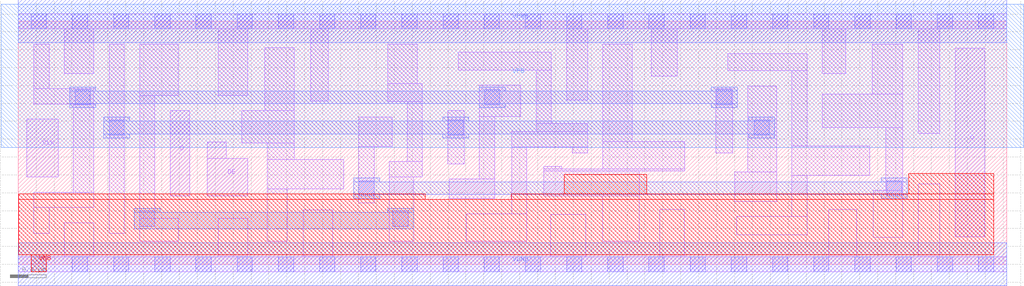
<source format=lef>
# Copy the LEF definition from the PDK
# - Required (?) for manual macro placement of standard cells
VERSION 5.7 ;
  NOWIREEXTENSIONATPIN ON ;
  DIVIDERCHAR "/" ;
  BUSBITCHARS "[]" ;

MACRO sky130_fd_sc_hd__edfxtp_1_export
  CLASS CORE ;
  FOREIGN sky130_fd_sc_hd__edfxtp_1_export ;
  ORIGIN 0.000 0.000 ;
  SIZE 11.040 BY 2.720 ;
  SYMMETRY X Y R90 ;
  SITE unithd ;
  PIN CLK
    DIRECTION INPUT ;
    USE CLOCK ;
    ANTENNAGATEAREA 0.159000 ;
    PORT
      LAYER li1 ;
        RECT 0.095 0.975 0.445 1.625 ;
    END
  END CLK
  PIN D
    DIRECTION INPUT ;
    USE SIGNAL ;
    ANTENNAGATEAREA 0.159000 ;
    PORT
      LAYER li1 ;
        RECT 1.695 0.765 1.915 1.720 ;
    END
  END D
  PIN DE
    DIRECTION INPUT ;
    USE SIGNAL ;
    ANTENNAGATEAREA 0.318000 ;
    PORT
      LAYER li1 ;
        RECT 2.110 1.185 2.325 1.370 ;
        RECT 2.110 0.765 2.565 1.185 ;
    END
  END DE
  PIN VGND
    DIRECTION INOUT ;
    USE GROUND ;
    SHAPE ABUTMENT ;
    PORT
      LAYER met1 ;
        RECT 0.000 -0.240 11.040 0.240 ;
    END
  END VGND
  PIN VNB
    DIRECTION INOUT ;
    USE GROUND ;
    PORT
      LAYER pwell ;
        RECT 6.100 0.785 7.020 1.005 ;
        RECT 9.945 0.785 10.895 1.015 ;
        RECT 0.005 0.725 4.545 0.785 ;
        RECT 5.505 0.725 10.895 0.785 ;
        RECT 0.005 0.105 10.895 0.725 ;
        RECT 0.145 -0.085 0.315 0.105 ;
    END
  END VNB
  PIN VPB
    DIRECTION INOUT ;
    USE POWER ;
    PORT
      LAYER nwell ;
        RECT -0.190 1.305 11.230 2.910 ;
    END
  END VPB
  PIN VPWR
    DIRECTION INOUT ;
    USE POWER ;
    SHAPE ABUTMENT ;
    PORT
      LAYER met1 ;
        RECT 0.000 2.480 11.040 2.960 ;
    END
  END VPWR
  PIN Q
    DIRECTION OUTPUT ;
    USE SIGNAL ;
    ANTENNADIFFAREA 0.462000 ;
    PORT
      LAYER li1 ;
        RECT 10.465 0.305 10.795 2.420 ;
    END
  END Q
  OBS
      LAYER li1 ;
        RECT 0.000 2.635 11.040 2.805 ;
        RECT 0.175 1.965 0.345 2.465 ;
        RECT 0.515 2.135 0.845 2.635 ;
        RECT 0.175 1.795 0.845 1.965 ;
        RECT 0.615 0.805 0.845 1.795 ;
        RECT 0.175 0.635 0.845 0.805 ;
        RECT 0.175 0.345 0.345 0.635 ;
        RECT 0.515 0.085 0.845 0.465 ;
        RECT 1.015 0.345 1.185 2.465 ;
        RECT 1.355 1.890 1.785 2.465 ;
        RECT 2.235 1.890 2.565 2.635 ;
        RECT 1.355 0.515 1.525 1.890 ;
        RECT 2.755 1.720 3.085 2.425 ;
        RECT 3.265 1.825 3.460 2.635 ;
        RECT 4.125 2.020 4.455 2.465 ;
        RECT 4.915 2.175 5.955 2.375 ;
        RECT 4.125 1.820 4.515 2.020 ;
        RECT 2.495 1.355 3.085 1.720 ;
        RECT 2.780 1.175 3.085 1.355 ;
        RECT 3.805 1.320 4.175 1.650 ;
        RECT 2.780 0.845 3.635 1.175 ;
        RECT 1.355 0.255 1.785 0.515 ;
        RECT 2.235 0.085 2.565 0.515 ;
        RECT 2.780 0.255 3.005 0.845 ;
        RECT 3.805 0.685 3.975 1.320 ;
        RECT 4.345 1.150 4.515 1.820 ;
        RECT 4.145 0.980 4.515 1.150 ;
        RECT 4.795 1.125 4.980 1.720 ;
        RECT 5.150 1.655 5.615 2.005 ;
        RECT 3.185 0.085 3.515 0.610 ;
        RECT 4.145 0.255 4.415 0.980 ;
        RECT 5.150 0.955 5.320 1.655 ;
        RECT 5.785 1.575 5.955 2.175 ;
        RECT 6.125 1.835 6.360 2.635 ;
        RECT 5.785 1.485 6.360 1.575 ;
        RECT 4.815 0.735 5.320 0.955 ;
        RECT 5.510 1.315 6.360 1.485 ;
        RECT 5.510 0.565 5.680 1.315 ;
        RECT 6.190 1.245 6.360 1.315 ;
        RECT 6.530 1.375 6.860 2.465 ;
        RECT 7.070 2.105 7.360 2.635 ;
        RECT 7.925 2.165 8.810 2.355 ;
        RECT 5.870 1.065 6.070 1.095 ;
        RECT 6.530 1.065 7.445 1.375 ;
        RECT 7.790 1.245 7.980 1.965 ;
        RECT 5.870 1.045 7.445 1.065 ;
        RECT 5.870 0.765 6.935 1.045 ;
        RECT 8.150 1.035 8.470 1.995 ;
        RECT 5.005 0.255 5.680 0.565 ;
        RECT 5.945 0.085 6.340 0.560 ;
        RECT 6.530 0.255 6.935 0.765 ;
        RECT 8.005 0.705 8.470 1.035 ;
        RECT 8.640 1.325 8.810 2.165 ;
        RECT 8.980 2.135 9.240 2.635 ;
        RECT 9.540 1.905 9.880 2.465 ;
        RECT 8.980 1.530 9.880 1.905 ;
        RECT 8.640 0.995 9.510 1.325 ;
        RECT 7.165 0.085 7.440 0.615 ;
        RECT 8.640 0.535 8.810 0.995 ;
        RECT 9.690 0.825 9.880 1.530 ;
        RECT 10.050 1.465 10.295 2.635 ;
        RECT 8.025 0.330 8.810 0.535 ;
        RECT 9.050 0.085 9.365 0.615 ;
        RECT 9.550 0.300 9.880 0.825 ;
        RECT 10.050 0.085 10.295 0.900 ;
        RECT 0.000 -0.085 11.040 0.085 ;
      LAYER mcon ;
        RECT 0.145 2.635 0.315 2.805 ;
        RECT 0.605 2.635 0.775 2.805 ;
        RECT 1.065 2.635 1.235 2.805 ;
        RECT 1.525 2.635 1.695 2.805 ;
        RECT 1.985 2.635 2.155 2.805 ;
        RECT 2.445 2.635 2.615 2.805 ;
        RECT 2.905 2.635 3.075 2.805 ;
        RECT 3.365 2.635 3.535 2.805 ;
        RECT 3.825 2.635 3.995 2.805 ;
        RECT 4.285 2.635 4.455 2.805 ;
        RECT 4.745 2.635 4.915 2.805 ;
        RECT 5.205 2.635 5.375 2.805 ;
        RECT 5.665 2.635 5.835 2.805 ;
        RECT 6.125 2.635 6.295 2.805 ;
        RECT 6.585 2.635 6.755 2.805 ;
        RECT 7.045 2.635 7.215 2.805 ;
        RECT 7.505 2.635 7.675 2.805 ;
        RECT 7.965 2.635 8.135 2.805 ;
        RECT 8.425 2.635 8.595 2.805 ;
        RECT 8.885 2.635 9.055 2.805 ;
        RECT 9.345 2.635 9.515 2.805 ;
        RECT 9.805 2.635 9.975 2.805 ;
        RECT 10.265 2.635 10.435 2.805 ;
        RECT 10.725 2.635 10.895 2.805 ;
        RECT 0.635 1.785 0.805 1.955 ;
        RECT 1.015 1.445 1.185 1.615 ;
        RECT 1.355 0.425 1.525 0.595 ;
        RECT 5.210 1.785 5.380 1.955 ;
        RECT 3.805 0.765 3.975 0.935 ;
        RECT 4.800 1.445 4.970 1.615 ;
        RECT 4.185 0.425 4.355 0.595 ;
        RECT 7.800 1.785 7.970 1.955 ;
        RECT 8.220 1.445 8.390 1.615 ;
        RECT 9.700 0.765 9.870 0.935 ;
        RECT 0.145 -0.085 0.315 0.085 ;
        RECT 0.605 -0.085 0.775 0.085 ;
        RECT 1.065 -0.085 1.235 0.085 ;
        RECT 1.525 -0.085 1.695 0.085 ;
        RECT 1.985 -0.085 2.155 0.085 ;
        RECT 2.445 -0.085 2.615 0.085 ;
        RECT 2.905 -0.085 3.075 0.085 ;
        RECT 3.365 -0.085 3.535 0.085 ;
        RECT 3.825 -0.085 3.995 0.085 ;
        RECT 4.285 -0.085 4.455 0.085 ;
        RECT 4.745 -0.085 4.915 0.085 ;
        RECT 5.205 -0.085 5.375 0.085 ;
        RECT 5.665 -0.085 5.835 0.085 ;
        RECT 6.125 -0.085 6.295 0.085 ;
        RECT 6.585 -0.085 6.755 0.085 ;
        RECT 7.045 -0.085 7.215 0.085 ;
        RECT 7.505 -0.085 7.675 0.085 ;
        RECT 7.965 -0.085 8.135 0.085 ;
        RECT 8.425 -0.085 8.595 0.085 ;
        RECT 8.885 -0.085 9.055 0.085 ;
        RECT 9.345 -0.085 9.515 0.085 ;
        RECT 9.805 -0.085 9.975 0.085 ;
        RECT 10.265 -0.085 10.435 0.085 ;
        RECT 10.725 -0.085 10.895 0.085 ;
      LAYER met1 ;
        RECT 0.575 1.940 0.865 1.985 ;
        RECT 5.150 1.940 5.440 1.985 ;
        RECT 7.740 1.940 8.030 1.985 ;
        RECT 0.575 1.800 8.030 1.940 ;
        RECT 0.575 1.755 0.865 1.800 ;
        RECT 5.150 1.755 5.440 1.800 ;
        RECT 7.740 1.755 8.030 1.800 ;
        RECT 0.955 1.600 1.245 1.645 ;
        RECT 4.740 1.600 5.030 1.645 ;
        RECT 8.160 1.600 8.450 1.645 ;
        RECT 0.955 1.460 8.450 1.600 ;
        RECT 0.955 1.415 1.245 1.460 ;
        RECT 4.740 1.415 5.030 1.460 ;
        RECT 8.160 1.415 8.450 1.460 ;
        RECT 3.745 0.920 4.035 0.965 ;
        RECT 9.640 0.920 9.930 0.965 ;
        RECT 3.745 0.780 9.930 0.920 ;
        RECT 3.745 0.735 4.035 0.780 ;
        RECT 9.640 0.735 9.930 0.780 ;
        RECT 1.295 0.580 1.585 0.625 ;
        RECT 4.125 0.580 4.415 0.625 ;
        RECT 1.295 0.395 4.415 0.580 ;
  END
END sky130_fd_sc_hd__edfxtp_1_export


MACRO sky130_fd_sc_hd__fa_1_export
  CLASS CORE ;
  FOREIGN sky130_fd_sc_hd__fa_1_export ;
  ORIGIN 0.000 0.000 ;
  SIZE 7.360 BY 2.720 ;
  SYMMETRY X Y R90 ;
  SITE unithd ;
  PIN A
    DIRECTION INPUT ;
    USE SIGNAL ;
    ANTENNAGATEAREA 0.504000 ;
    PORT
      LAYER met1 ;
        RECT 1.010 1.260 1.300 1.305 ;
        RECT 2.390 1.260 2.680 1.305 ;
        RECT 4.250 1.260 4.540 1.305 ;
        RECT 6.090 1.260 6.380 1.305 ;
        RECT 1.010 1.120 6.380 1.260 ;
        RECT 1.010 1.075 1.300 1.120 ;
        RECT 2.390 1.075 2.680 1.120 ;
        RECT 4.250 1.075 4.540 1.120 ;
        RECT 6.090 1.075 6.380 1.120 ;
    END
  END A
  PIN B
    DIRECTION INPUT ;
    USE SIGNAL ;
    ANTENNAGATEAREA 0.504000 ;
    PORT
      LAYER met1 ;
        RECT 1.470 1.600 1.760 1.645 ;
        RECT 3.330 1.600 3.620 1.645 ;
        RECT 5.630 1.600 5.920 1.645 ;
        RECT 1.470 1.460 5.920 1.600 ;
        RECT 1.470 1.415 1.760 1.460 ;
        RECT 3.330 1.415 3.620 1.460 ;
        RECT 5.630 1.415 5.920 1.460 ;
    END
  END B
  PIN CIN
    DIRECTION INPUT ;
    USE SIGNAL ;
    ANTENNAGATEAREA 0.378000 ;
    PORT
      LAYER li1 ;
        RECT 1.870 1.595 2.960 1.765 ;
        RECT 5.155 1.685 5.405 1.955 ;
        RECT 1.870 1.275 2.040 1.595 ;
        RECT 1.670 1.105 2.040 1.275 ;
        RECT 2.790 1.250 2.960 1.595 ;
        RECT 3.785 1.515 5.405 1.685 ;
        RECT 3.785 1.250 3.955 1.515 ;
        RECT 2.790 0.965 3.955 1.250 ;
    END
  END CIN
  PIN VGND
    DIRECTION INOUT ;
    USE GROUND ;
    SHAPE ABUTMENT ;
    PORT
      LAYER met1 ;
        RECT 0.000 -0.240 7.360 0.240 ;
    END
  END VGND
  PIN VNB
    DIRECTION INOUT ;
    USE GROUND ;
    PORT
      LAYER pwell ;
        RECT 0.005 0.785 0.935 1.015 ;
        RECT 6.250 0.785 7.180 1.015 ;
        RECT 0.005 0.105 7.180 0.785 ;
        RECT 0.150 -0.085 0.320 0.105 ;
    END
  END VNB
  PIN VPB
    DIRECTION INOUT ;
    USE POWER ;
    PORT
      LAYER nwell ;
        RECT -0.190 1.305 7.550 2.910 ;
    END
  END VPB
  PIN VPWR
    DIRECTION INOUT ;
    USE POWER ;
    SHAPE ABUTMENT ;
    PORT
      LAYER met1 ;
        RECT 0.000 2.480 7.360 2.960 ;
    END
  END VPWR
  PIN COUT
    DIRECTION OUTPUT ;
    USE SIGNAL ;
    ANTENNADIFFAREA 0.429000 ;
    PORT
      LAYER li1 ;
        RECT 0.085 1.485 0.345 2.465 ;
        RECT 0.085 0.830 0.260 1.485 ;
        RECT 0.085 0.255 0.345 0.830 ;
    END
  END COUT
  PIN SUM
    DIRECTION OUTPUT ;
    USE SIGNAL ;
    ANTENNADIFFAREA 0.429000 ;
    PORT
      LAYER li1 ;
        RECT 6.840 1.485 7.240 2.465 ;
        RECT 6.910 0.810 7.240 1.485 ;
        RECT 6.840 0.255 7.240 0.810 ;
    END
  END SUM
  OBS
      LAYER li1 ;
        RECT 0.000 2.635 7.360 2.805 ;
        RECT 0.515 2.150 0.765 2.635 ;
        RECT 0.935 2.065 1.710 2.465 ;
        RECT 1.960 2.105 2.130 2.465 ;
        RECT 2.300 2.275 2.630 2.635 ;
        RECT 2.800 2.105 3.035 2.465 ;
        RECT 3.240 2.255 3.570 2.635 ;
        RECT 0.935 1.945 1.105 2.065 ;
        RECT 0.515 1.625 1.105 1.945 ;
        RECT 1.960 1.935 3.035 2.105 ;
        RECT 3.740 2.105 3.910 2.465 ;
        RECT 4.080 2.275 4.410 2.635 ;
        RECT 4.580 2.105 4.750 2.465 ;
        RECT 5.085 2.125 6.170 2.465 ;
        RECT 6.340 2.275 6.670 2.635 ;
        RECT 3.740 1.935 4.750 2.105 ;
        RECT 6.000 2.105 6.170 2.125 ;
        RECT 6.000 1.935 6.665 2.105 ;
        RECT 0.515 1.325 0.685 1.625 ;
        RECT 1.300 1.445 1.700 1.880 ;
        RECT 3.200 1.435 3.560 1.765 ;
        RECT 5.635 1.445 6.055 1.765 ;
        RECT 0.430 0.995 0.685 1.325 ;
        RECT 0.910 1.275 1.080 1.325 ;
        RECT 0.910 0.995 1.240 1.275 ;
        RECT 2.230 1.030 2.620 1.360 ;
        RECT 6.495 1.325 6.665 1.935 ;
        RECT 0.515 0.805 0.685 0.995 ;
        RECT 4.250 0.955 4.625 1.275 ;
        RECT 4.795 0.955 5.460 1.125 ;
        RECT 5.885 1.035 6.325 1.275 ;
        RECT 1.470 0.805 1.710 0.935 ;
        RECT 0.515 0.635 1.710 0.805 ;
        RECT 0.515 0.085 0.845 0.465 ;
        RECT 1.110 0.255 1.710 0.635 ;
        RECT 1.960 0.615 2.970 0.785 ;
        RECT 1.960 0.255 2.130 0.615 ;
        RECT 2.300 0.085 2.630 0.445 ;
        RECT 2.800 0.255 2.970 0.615 ;
        RECT 3.740 0.615 4.750 0.785 ;
        RECT 4.965 0.765 5.460 0.955 ;
        RECT 6.495 0.995 6.740 1.325 ;
        RECT 6.495 0.785 6.665 0.995 ;
        RECT 3.240 0.085 3.570 0.490 ;
        RECT 3.740 0.255 3.910 0.615 ;
        RECT 4.080 0.085 4.410 0.445 ;
        RECT 4.580 0.255 4.750 0.615 ;
        RECT 5.925 0.615 6.665 0.785 ;
        RECT 5.085 0.505 5.255 0.595 ;
        RECT 5.925 0.505 6.095 0.615 ;
        RECT 5.085 0.255 6.095 0.505 ;
        RECT 6.265 0.085 6.595 0.445 ;
        RECT 0.000 -0.085 7.360 0.085 ;
      LAYER mcon ;
        RECT 0.145 2.635 0.315 2.805 ;
        RECT 0.605 2.635 0.775 2.805 ;
        RECT 1.065 2.635 1.235 2.805 ;
        RECT 1.525 2.635 1.695 2.805 ;
        RECT 1.985 2.635 2.155 2.805 ;
        RECT 2.445 2.635 2.615 2.805 ;
        RECT 2.905 2.635 3.075 2.805 ;
        RECT 3.365 2.635 3.535 2.805 ;
        RECT 3.825 2.635 3.995 2.805 ;
        RECT 4.285 2.635 4.455 2.805 ;
        RECT 4.745 2.635 4.915 2.805 ;
        RECT 5.205 2.635 5.375 2.805 ;
        RECT 5.665 2.635 5.835 2.805 ;
        RECT 6.125 2.635 6.295 2.805 ;
        RECT 6.585 2.635 6.755 2.805 ;
        RECT 7.045 2.635 7.215 2.805 ;
        RECT 1.530 1.445 1.700 1.615 ;
        RECT 3.390 1.445 3.560 1.615 ;
        RECT 5.690 1.445 5.860 1.615 ;
        RECT 1.070 1.105 1.240 1.275 ;
        RECT 2.450 1.105 2.620 1.275 ;
        RECT 4.310 1.105 4.480 1.275 ;
        RECT 6.150 1.105 6.320 1.275 ;
        RECT 1.530 0.765 1.700 0.935 ;
        RECT 5.230 0.765 5.400 0.935 ;
        RECT 0.145 -0.085 0.315 0.085 ;
        RECT 0.605 -0.085 0.775 0.085 ;
        RECT 1.065 -0.085 1.235 0.085 ;
        RECT 1.525 -0.085 1.695 0.085 ;
        RECT 1.985 -0.085 2.155 0.085 ;
        RECT 2.445 -0.085 2.615 0.085 ;
        RECT 2.905 -0.085 3.075 0.085 ;
        RECT 3.365 -0.085 3.535 0.085 ;
        RECT 3.825 -0.085 3.995 0.085 ;
        RECT 4.285 -0.085 4.455 0.085 ;
        RECT 4.745 -0.085 4.915 0.085 ;
        RECT 5.205 -0.085 5.375 0.085 ;
        RECT 5.665 -0.085 5.835 0.085 ;
        RECT 6.125 -0.085 6.295 0.085 ;
        RECT 6.585 -0.085 6.755 0.085 ;
        RECT 7.045 -0.085 7.215 0.085 ;
      LAYER met1 ;
        RECT 1.470 0.920 1.760 0.965 ;
        RECT 5.170 0.920 5.460 0.965 ;
        RECT 1.470 0.780 5.460 0.920 ;
        RECT 1.470 0.735 1.760 0.780 ;
        RECT 5.170 0.735 5.460 0.780 ;
  END
END sky130_fd_sc_hd__fa_1_export

END LIBRARY

</source>
